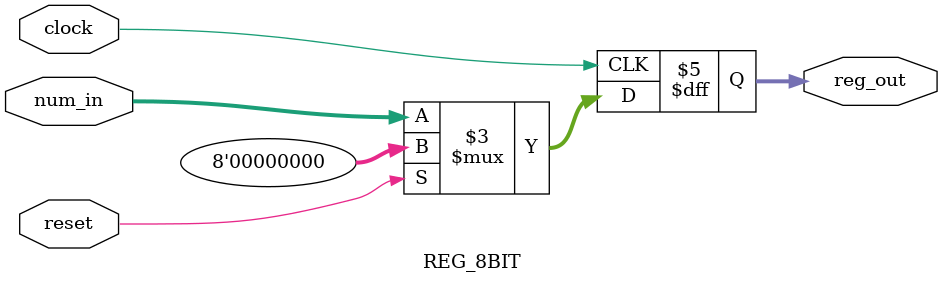
<source format=v>
module REG_8BIT(reg_out,num_in,clock,reset);
    input [7:0] num_in;
    output reg [7:0] reg_out;
    input clock,reset;
    always@(posedge clock)
    begin
        if(reset)reg_out<=0;
        else reg_out<=num_in;
    end
endmodule
</source>
